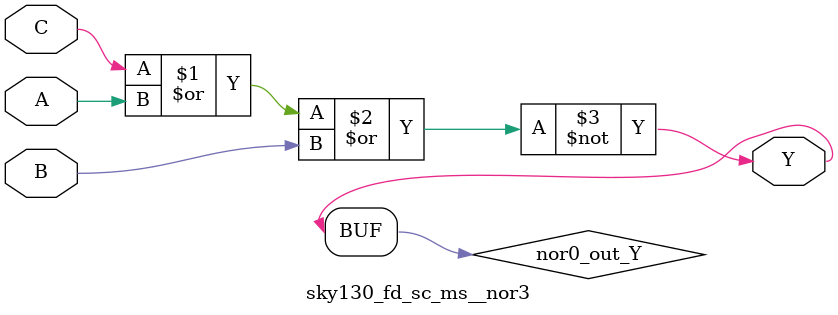
<source format=v>
/*
 * Copyright 2020 The SkyWater PDK Authors
 *
 * Licensed under the Apache License, Version 2.0 (the "License");
 * you may not use this file except in compliance with the License.
 * You may obtain a copy of the License at
 *
 *     https://www.apache.org/licenses/LICENSE-2.0
 *
 * Unless required by applicable law or agreed to in writing, software
 * distributed under the License is distributed on an "AS IS" BASIS,
 * WITHOUT WARRANTIES OR CONDITIONS OF ANY KIND, either express or implied.
 * See the License for the specific language governing permissions and
 * limitations under the License.
 *
 * SPDX-License-Identifier: Apache-2.0
*/


`ifndef SKY130_FD_SC_MS__NOR3_FUNCTIONAL_V
`define SKY130_FD_SC_MS__NOR3_FUNCTIONAL_V

/**
 * nor3: 3-input NOR.
 *
 *       Y = !(A | B | C | !D)
 *
 * Verilog simulation functional model.
 */

`timescale 1ns / 1ps
`default_nettype none

`celldefine
module sky130_fd_sc_ms__nor3 (
    Y,
    A,
    B,
    C
);

    // Module ports
    output Y;
    input  A;
    input  B;
    input  C;

    // Local signals
    wire nor0_out_Y;

    //  Name  Output      Other arguments
    nor nor0 (nor0_out_Y, C, A, B        );
    buf buf0 (Y         , nor0_out_Y     );

endmodule
`endcelldefine

`default_nettype wire
`endif  // SKY130_FD_SC_MS__NOR3_FUNCTIONAL_V
</source>
